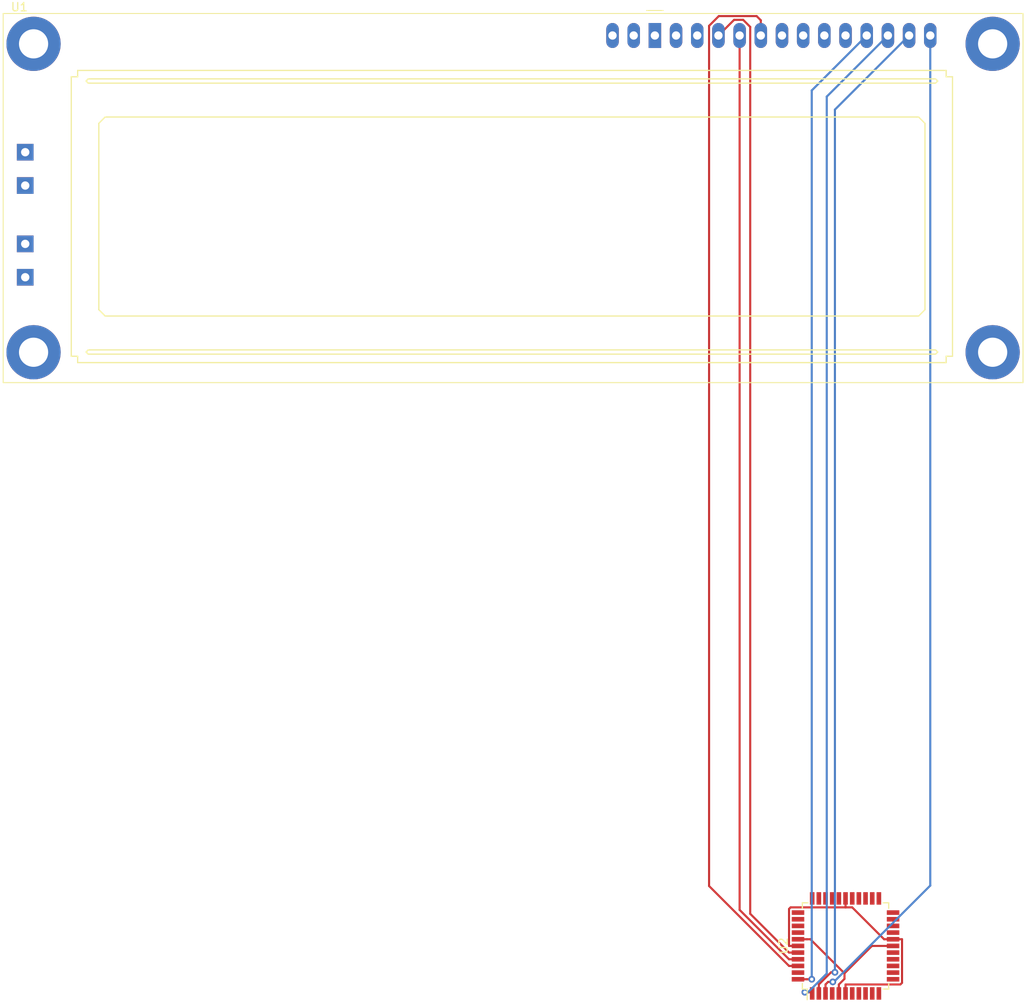
<source format=kicad_pcb>
(kicad_pcb (version 20211014) (generator pcbnew)
  (layers (0 "F.Cu" signal) (31 "B.Cu" signal) (34 "B.Paste" user) (35 "F.Paste" user) (36 "B.SilkS" user "B.Silkscreen") (37 "F.SilkS" user "F.Silkscreen") (38 "B.Mask" user) (39 "F.Mask" user) (44 "Edge.Cuts" user))
  (net 0 "")
  (net 4 "Net-(U1-Pad4)")
  (net 5 "Net-(U1-Pad5)")
  (net 6 "Net-(U1-Pad6)")
  (net 11 "Net-(U1-Pad11)")
  (net 12 "Net-(U1-Pad12)")
  (net 13 "Net-(U1-Pad13)")
  (net 14 "Net-(U1-Pad14)")
  (net 22 "Net-(U2-Pad17)")
  (net 23 "Net-(U2-Pad18)")
  (footprint "Display:LCD-016N002L" (layer "F.Cu") (at 134.62 33.02)
    (fp_text reference "U1" (at -76.21 -3.41 180) (layer "F.SilkS"))
    (fp_text value "LCD-016N002L")
    (fp_line (start -65.913 9.779) (end 31.623 9.779) (layer "F.SilkS") (width 0.15))
    (fp_line (start 44.14 -2.64) (end -78.14 -2.64) (layer "F.SilkS") (width 0.12))
    (fp_line (start -69.215 39.243) (end 34.925 39.243) (layer "F.SilkS") (width 0.15))
    (fp_line (start -78.14 41.64) (end 44.14 41.64) (layer "F.SilkS") (width 0.12))
    (fp_line (start -68.199 37.973) (end -67.945 38.227) (layer "F.SilkS") (width 0.15))
    (fp_line (start -67.945 37.719) (end -68.199 37.973) (layer "F.SilkS") (width 0.15))
    (fp_line (start -66.675 10.541) (end -65.913 9.779) (layer "F.SilkS") (width 0.15))
    (fp_line (start -69.215 4.191) (end -69.215 4.953) (layer "F.SilkS") (width 0.15))
    (fp_line (start 34.925 4.191) (end 34.925 4.953) (layer "F.SilkS") (width 0.15))
    (fp_line (start 33.655 37.719) (end -67.945 37.719) (layer "F.SilkS") (width 0.15))
    (fp_line (start -69.215 4.953) (end -69.977 4.953) (layer "F.SilkS") (width 0.15))
    (fp_line (start -69.215 39.243) (end -69.215 38.481) (layer "F.SilkS") (width 0.15))
    (fp_line (start 33.909 5.461) (end 33.655 5.715) (layer "F.SilkS") (width 0.15))
    (fp_line (start 35.687 38.481) (end 35.687 4.953) (layer "F.SilkS") (width 0.15))
    (fp_line (start -69.215 38.481) (end -69.977 38.481) (layer "F.SilkS") (width 0.15))
    (fp_line (start 31.623 9.779) (end 32.385 10.541) (layer "F.SilkS") (width 0.15))
    (fp_line (start 33.655 38.227) (end 33.909 37.973) (layer "F.SilkS") (width 0.15))
    (fp_line (start 32.385 10.541) (end 32.385 32.893) (layer "F.SilkS") (width 0.15))
    (fp_line (start -67.945 5.715) (end 33.655 5.715) (layer "F.SilkS") (width 0.15))
    (fp_line (start -78.14 -2.64) (end -78.14 41.64) (layer "F.SilkS") (width 0.12))
    (fp_line (start -69.977 4.953) (end -69.977 38.481) (layer "F.SilkS") (width 0.15))
    (fp_line (start 31.623 33.655) (end -65.913 33.655) (layer "F.SilkS") (width 0.15))
    (fp_line (start 33.655 5.207) (end -67.945 5.207) (layer "F.SilkS") (width 0.15))
    (fp_line (start -67.945 38.227) (end 33.655 38.227) (layer "F.SilkS") (width 0.15))
    (fp_line (start 34.925 38.481) (end 34.925 39.243) (layer "F.SilkS") (width 0.15))
    (fp_line (start -66.675 32.893) (end -66.675 10.541) (layer "F.SilkS") (width 0.15))
    (fp_line (start 34.925 4.953) (end 35.687 4.953) (layer "F.SilkS") (width 0.15))
    (fp_line (start 44.14 -2.64) (end 44.14 41.64) (layer "F.SilkS") (width 0.12))
    (fp_line (start -1 -3) (end 1 -3) (layer "F.SilkS") (width 0.12))
    (fp_line (start 33.655 5.207) (end 33.909 5.461) (layer "F.SilkS") (width 0.15))
    (fp_line (start -68.199 5.461) (end -67.945 5.715) (layer "F.SilkS") (width 0.15))
    (fp_line (start -67.945 5.207) (end -68.199 5.461) (layer "F.SilkS") (width 0.15))
    (fp_line (start 33.909 37.973) (end 33.655 37.719) (layer "F.SilkS") (width 0.15))
    (fp_line (start 34.925 4.191) (end -69.215 4.191) (layer "F.SilkS") (width 0.15))
    (fp_line (start 32.385 32.893) (end 31.623 33.655) (layer "F.SilkS") (width 0.15))
    (fp_line (start 35.687 38.481) (end 34.925 38.481) (layer "F.SilkS") (width 0.15))
    (fp_line (start -65.913 33.655) (end -66.675 32.893) (layer "F.SilkS") (width 0.15))
    (pad "" thru_hole circle (at -74.5 38 180) (size 6.5 6.5) (drill 3.5) (layers *.Cu *.Mask))
    (pad "" thru_hole circle (at -74.5 1 180) (size 6.5 6.5) (drill 3.5) (layers *.Cu *.Mask))
    (pad "" thru_hole circle (at 40.5 1 180) (size 6.5 6.5) (drill 3.5) (layers *.Cu *.Mask))
    (pad "" thru_hole circle (at 40.5 38 180) (size 6.5 6.5) (drill 3.5) (layers *.Cu *.Mask))
    (pad "1" thru_hole rect (at 0 0 180) (size 1.5 3) (drill 1) (layers *.Cu *.Mask))
    (pad "2" thru_hole oval (at 2.54 0 180) (size 1.5 3) (drill 1) (layers *.Cu *.Mask))
    (pad "3" thru_hole oval (at 5.08 0 180) (size 1.5 3) (drill 1) (layers *.Cu *.Mask))
    (pad "4" thru_hole oval (at 7.62 0 180) (size 1.5 3) (drill 1) (layers *.Cu *.Mask) (net 4 "Net-(U1-Pad4)"))
    (pad "5" thru_hole oval (at 10.16 0 180) (size 1.5 3) (drill 1) (layers *.Cu *.Mask) (net 5 "Net-(U1-Pad5)"))
    (pad "6" thru_hole oval (at 12.7 0 180) (size 1.5 3) (drill 1) (layers *.Cu *.Mask) (net 6 "Net-(U1-Pad6)"))
    (pad "7" thru_hole oval (at 15.24 0 180) (size 1.5 3) (drill 1) (layers *.Cu *.Mask))
    (pad "8" thru_hole oval (at 17.78 0 180) (size 1.5 3) (drill 1) (layers *.Cu *.Mask))
    (pad "9" thru_hole oval (at 20.32 0 180) (size 1.5 3) (drill 1) (layers *.Cu *.Mask))
    (pad "10" thru_hole oval (at 22.86 0 180) (size 1.5 3) (drill 1) (layers *.Cu *.Mask))
    (pad "11" thru_hole oval (at 25.4 0 180) (size 1.5 3) (drill 1) (layers *.Cu *.Mask) (net 11 "Net-(U1-Pad11)"))
    (pad "12" thru_hole oval (at 27.94 0 180) (size 1.5 3) (drill 1) (layers *.Cu *.Mask) (net 12 "Net-(U1-Pad12)"))
    (pad "13" thru_hole oval (at 30.48 0 180) (size 1.5 3) (drill 1) (layers *.Cu *.Mask) (net 13 "Net-(U1-Pad13)"))
    (pad "14" thru_hole oval (at 33.02 0 180) (size 1.5 3) (drill 1) (layers *.Cu *.Mask) (net 14 "Net-(U1-Pad14)"))
    (pad "15" thru_hole oval (at -2.54 0 180) (size 1.5 3) (drill 1) (layers *.Cu *.Mask))
    (pad "16" thru_hole oval (at -5.08 0 180) (size 1.5 3) (drill 1) (layers *.Cu *.Mask))
    (pad "A1" thru_hole rect (at -75.5 14 180) (size 2 2) (drill 1) (layers *.Cu *.Mask))
    (pad "A2" thru_hole rect (at -75.5 25 180) (size 2 2) (drill 1) (layers *.Cu *.Mask))
    (pad "K1" thru_hole rect (at -75.5 18 180) (size 2 2) (drill 1) (layers *.Cu *.Mask))
    (pad "K2" thru_hole rect (at -75.5 29 180) (size 2 2) (drill 1) (layers *.Cu *.Mask))
  )
  (footprint "Package_QFP:TQFP-44_10x10mm_P0.8mm" (layer "F.Cu") (at 157.48 142.24 90)
    (fp_text reference "U2" (at 0 -7.45 90) (layer "F.SilkS"))
    (fp_text value "ATmega32-16A")
    (fp_line (start 5.175 -5.175) (end 5.175 -4.5) (layer "F.SilkS") (width 0.15))
    (fp_line (start -5.175 5.175) (end -4.5 5.175) (layer "F.SilkS") (width 0.15))
    (fp_line (start -5.175 -4.6) (end -6.45 -4.6) (layer "F.SilkS") (width 0.15))
    (fp_line (start -5.175 -5.175) (end -5.175 -4.6) (layer "F.SilkS") (width 0.15))
    (fp_line (start 5.175 -5.175) (end 4.5 -5.175) (layer "F.SilkS") (width 0.15))
    (fp_line (start 5.175 5.175) (end 4.5 5.175) (layer "F.SilkS") (width 0.15))
    (fp_line (start -5.175 -5.175) (end -4.5 -5.175) (layer "F.SilkS") (width 0.15))
    (fp_line (start 5.175 5.175) (end 5.175 4.5) (layer "F.SilkS") (width 0.15))
    (fp_line (start -5.175 5.175) (end -5.175 4.5) (layer "F.SilkS") (width 0.15))
    (pad "1" smd rect (at -5.7 -4 90) (size 1.5 0.55) (layers "F.Cu" "F.Paste" "F.Mask") (net 12 "Net-(U1-Pad12)"))
    (pad "2" smd rect (at -5.7 -3.2 90) (size 1.5 0.55) (layers "F.Cu" "F.Paste" "F.Mask") (net 13 "Net-(U1-Pad13)"))
    (pad "3" smd rect (at -5.7 -2.4 90) (size 1.5 0.55) (layers "F.Cu" "F.Paste" "F.Mask") (net 14 "Net-(U1-Pad14)"))
    (pad "4" smd rect (at -5.7 -1.6 90) (size 1.5 0.55) (layers "F.Cu" "F.Paste" "F.Mask"))
    (pad "5" smd rect (at -5.7 -0.8 90) (size 1.5 0.55) (layers "F.Cu" "F.Paste" "F.Mask") (net 22 "Net-(U2-Pad17)"))
    (pad "6" smd rect (at -5.7 0 90) (size 1.5 0.55) (layers "F.Cu" "F.Paste" "F.Mask") (net 23 "Net-(U2-Pad18)"))
    (pad "7" smd rect (at -5.7 0.8 90) (size 1.5 0.55) (layers "F.Cu" "F.Paste" "F.Mask"))
    (pad "8" smd rect (at -5.7 1.6 90) (size 1.5 0.55) (layers "F.Cu" "F.Paste" "F.Mask"))
    (pad "9" smd rect (at -5.7 2.4 90) (size 1.5 0.55) (layers "F.Cu" "F.Paste" "F.Mask"))
    (pad "10" smd rect (at -5.7 3.2 90) (size 1.5 0.55) (layers "F.Cu" "F.Paste" "F.Mask"))
    (pad "11" smd rect (at -5.7 4 90) (size 1.5 0.55) (layers "F.Cu" "F.Paste" "F.Mask"))
    (pad "12" smd rect (at -4 5.7 180) (size 1.5 0.55) (layers "F.Cu" "F.Paste" "F.Mask"))
    (pad "13" smd rect (at -3.2 5.7 180) (size 1.5 0.55) (layers "F.Cu" "F.Paste" "F.Mask"))
    (pad "14" smd rect (at -2.4 5.7 180) (size 1.5 0.55) (layers "F.Cu" "F.Paste" "F.Mask"))
    (pad "15" smd rect (at -1.6 5.7 180) (size 1.5 0.55) (layers "F.Cu" "F.Paste" "F.Mask"))
    (pad "16" smd rect (at -0.8 5.7 180) (size 1.5 0.55) (layers "F.Cu" "F.Paste" "F.Mask"))
    (pad "17" smd rect (at 0 5.7 180) (size 1.5 0.55) (layers "F.Cu" "F.Paste" "F.Mask") (net 22 "Net-(U2-Pad17)"))
    (pad "18" smd rect (at 0.8 5.7 180) (size 1.5 0.55) (layers "F.Cu" "F.Paste" "F.Mask") (net 23 "Net-(U2-Pad18)"))
    (pad "19" smd rect (at 1.6 5.7 180) (size 1.5 0.55) (layers "F.Cu" "F.Paste" "F.Mask"))
    (pad "20" smd rect (at 2.4 5.7 180) (size 1.5 0.55) (layers "F.Cu" "F.Paste" "F.Mask"))
    (pad "21" smd rect (at 3.2 5.7 180) (size 1.5 0.55) (layers "F.Cu" "F.Paste" "F.Mask"))
    (pad "22" smd rect (at 4 5.7 180) (size 1.5 0.55) (layers "F.Cu" "F.Paste" "F.Mask"))
    (pad "23" smd rect (at 5.7 4 90) (size 1.5 0.55) (layers "F.Cu" "F.Paste" "F.Mask"))
    (pad "24" smd rect (at 5.7 3.2 90) (size 1.5 0.55) (layers "F.Cu" "F.Paste" "F.Mask"))
    (pad "25" smd rect (at 5.7 2.4 90) (size 1.5 0.55) (layers "F.Cu" "F.Paste" "F.Mask"))
    (pad "26" smd rect (at 5.7 1.6 90) (size 1.5 0.55) (layers "F.Cu" "F.Paste" "F.Mask"))
    (pad "27" smd rect (at 5.7 0.8 90) (size 1.5 0.55) (layers "F.Cu" "F.Paste" "F.Mask"))
    (pad "28" smd rect (at 5.7 0 90) (size 1.5 0.55) (layers "F.Cu" "F.Paste" "F.Mask") (net 23 "Net-(U2-Pad18)"))
    (pad "29" smd rect (at 5.7 -0.8 90) (size 1.5 0.55) (layers "F.Cu" "F.Paste" "F.Mask"))
    (pad "30" smd rect (at 5.7 -1.6 90) (size 1.5 0.55) (layers "F.Cu" "F.Paste" "F.Mask"))
    (pad "31" smd rect (at 5.7 -2.4 90) (size 1.5 0.55) (layers "F.Cu" "F.Paste" "F.Mask"))
    (pad "32" smd rect (at 5.7 -3.2 90) (size 1.5 0.55) (layers "F.Cu" "F.Paste" "F.Mask"))
    (pad "33" smd rect (at 5.7 -4 90) (size 1.5 0.55) (layers "F.Cu" "F.Paste" "F.Mask"))
    (pad "34" smd rect (at 4 -5.7 180) (size 1.5 0.55) (layers "F.Cu" "F.Paste" "F.Mask"))
    (pad "35" smd rect (at 3.2 -5.7 180) (size 1.5 0.55) (layers "F.Cu" "F.Paste" "F.Mask"))
    (pad "36" smd rect (at 2.4 -5.7 180) (size 1.5 0.55) (layers "F.Cu" "F.Paste" "F.Mask"))
    (pad "37" smd rect (at 1.6 -5.7 180) (size 1.5 0.55) (layers "F.Cu" "F.Paste" "F.Mask"))
    (pad "38" smd rect (at 0.8 -5.7 180) (size 1.5 0.55) (layers "F.Cu" "F.Paste" "F.Mask") (net 22 "Net-(U2-Pad17)"))
    (pad "39" smd rect (at 0 -5.7 180) (size 1.5 0.55) (layers "F.Cu" "F.Paste" "F.Mask") (net 23 "Net-(U2-Pad18)"))
    (pad "40" smd rect (at -0.8 -5.7 180) (size 1.5 0.55) (layers "F.Cu" "F.Paste" "F.Mask") (net 4 "Net-(U1-Pad4)"))
    (pad "41" smd rect (at -1.6 -5.7 180) (size 1.5 0.55) (layers "F.Cu" "F.Paste" "F.Mask") (net 5 "Net-(U1-Pad5)"))
    (pad "42" smd rect (at -2.4 -5.7 180) (size 1.5 0.55) (layers "F.Cu" "F.Paste" "F.Mask") (net 6 "Net-(U1-Pad6)"))
    (pad "43" smd rect (at -3.2 -5.7 180) (size 1.5 0.55) (layers "F.Cu" "F.Paste" "F.Mask"))
    (pad "44" smd rect (at -4 -5.7 180) (size 1.5 0.55) (layers "F.Cu" "F.Paste" "F.Mask") (net 11 "Net-(U1-Pad11)"))
  )
  (segment (start 151.78 143.04) (end 150.7047 143.04) (width 0.25) (layer "F.Cu") (net 4))
  (segment (start 144.1169 31.1431) (end 145.2035 31.1431) (width 0.25) (layer "F.Cu") (net 4))
  (segment (start 146.05 31.9896) (end 146.05 138.3853) (width 0.25) (layer "F.Cu") (net 4))
  (segment (start 142.24 33.02) (end 144.1169 31.1431) (width 0.25) (layer "F.Cu") (net 4))
  (segment (start 145.2035 31.1431) (end 146.05 31.9896) (width 0.25) (layer "F.Cu") (net 4))
  (segment (start 146.05 138.3853) (end 150.7047 143.04) (width 0.25) (layer "F.Cu") (net 4))
  (segment (start 150.7047 143.84) (end 144.78 137.9153) (width 0.25) (layer "F.Cu") (net 5))
  (segment (start 151.78 143.84) (end 150.7047 143.84) (width 0.25) (layer "F.Cu") (net 5))
  (segment (start 144.78 137.9153) (end 144.78 33.02) (width 0.25) (layer "F.Cu") (net 5))
  (segment (start 141.1168 31.8609) (end 141.1168 135.0521) (width 0.25) (layer "F.Cu") (net 6))
  (segment (start 146.818 30.6927) (end 142.285 30.6927) (width 0.25) (layer "F.Cu") (net 6))
  (segment (start 147.32 33.02) (end 147.32 31.1947) (width 0.25) (layer "F.Cu") (net 6))
  (segment (start 142.285 30.6927) (end 141.1168 31.8609) (width 0.25) (layer "F.Cu") (net 6))
  (segment (start 147.32 31.1947) (end 146.818 30.6927) (width 0.25) (layer "F.Cu") (net 6))
  (segment (start 151.78 144.64) (end 150.7047 144.64) (width 0.25) (layer "F.Cu") (net 6))
  (segment (start 141.1168 135.0521) (end 150.7047 144.64) (width 0.25) (layer "F.Cu") (net 6))
  (segment (start 152.8553 146.24) (end 153.4287 146.24) (width 0.25) (layer "F.Cu") (net 11))
  (segment (start 151.78 146.24) (end 152.8553 146.24) (width 0.25) (layer "F.Cu") (net 11))
  (via (at 153.4287 146.24) (size 0.8) (drill 0.4) (layers "F.Cu" "B.Cu") (net 11))
  (segment (start 160.02 33.02) (end 153.4287 39.6113) (width 0.25) (layer "B.Cu") (net 11))
  (segment (start 153.4287 39.6113) (end 153.4287 146.24) (width 0.25) (layer "B.Cu") (net 11))
  (segment (start 152.6019 147.7975) (end 153.3375 147.7975) (width 0.25) (layer "F.Cu") (net 12))
  (segment (start 153.3375 147.7975) (end 153.48 147.94) (width 0.25) (layer "F.Cu") (net 12))
  (via (at 152.6019 147.7975) (size 0.8) (drill 0.4) (layers "F.Cu" "B.Cu") (net 12))
  (segment (start 162.56 33.02) (end 155.2278 40.3522) (width 0.25) (layer "B.Cu") (net 12))
  (segment (start 152.984 147.7975) (end 152.6019 147.7975) (width 0.25) (layer "B.Cu") (net 12))
  (segment (start 155.2278 40.3522) (end 155.2278 145.5537) (width 0.25) (layer "B.Cu") (net 12))
  (segment (start 155.2278 145.5537) (end 152.984 147.7975) (width 0.25) (layer "B.Cu") (net 12))
  (segment (start 156.2063 145.4084) (end 155.7363 145.4084) (width 0.25) (layer "F.Cu") (net 13))
  (segment (start 154.28 147.94) (end 154.28 146.8647) (width 0.25) (layer "F.Cu") (net 13))
  (segment (start 155.7363 145.4084) (end 154.28 146.8647) (width 0.25) (layer "F.Cu") (net 13))
  (via (at 156.2063 145.4084) (size 0.8) (drill 0.4) (layers "F.Cu" "B.Cu") (net 13))
  (segment (start 165.1 33.02) (end 156.2063 41.9137) (width 0.25) (layer "B.Cu") (net 13))
  (segment (start 156.2063 41.9137) (end 156.2063 145.4084) (width 0.25) (layer "B.Cu") (net 13))
  (segment (start 155.08 146.8647) (end 155.3879 146.5568) (width 0.25) (layer "F.Cu") (net 14))
  (segment (start 155.3879 146.5568) (end 155.9532 146.5568) (width 0.25) (layer "F.Cu") (net 14))
  (segment (start 155.08 147.94) (end 155.08 146.8647) (width 0.25) (layer "F.Cu") (net 14))
  (via (at 155.9532 146.5568) (size 0.8) (drill 0.4) (layers "F.Cu" "B.Cu") (net 14))
  (segment (start 167.64 135.0005) (end 167.64 33.02) (width 0.25) (layer "B.Cu") (net 14))
  (segment (start 156.0837 146.5568) (end 167.64 135.0005) (width 0.25) (layer "B.Cu") (net 14))
  (segment (start 155.9532 146.5568) (end 156.0837 146.5568) (width 0.25) (layer "B.Cu") (net 14))
  (segment (start 157.3555 145.5318) (end 153.2637 141.44) (width 0.25) (layer "F.Cu") (net 22))
  (segment (start 163.18 142.24) (end 160.6473 142.24) (width 0.25) (layer "F.Cu") (net 22))
  (segment (start 160.6473 142.24) (end 157.3555 145.5318) (width 0.25) (layer "F.Cu") (net 22))
  (segment (start 153.2637 141.44) (end 152.8553 141.44) (width 0.25) (layer "F.Cu") (net 22))
  (segment (start 151.78 141.44) (end 152.8553 141.44) (width 0.25) (layer "F.Cu") (net 22))
  (segment (start 156.68 146.8647) (end 157.3555 146.1892) (width 0.25) (layer "F.Cu") (net 22))
  (segment (start 157.3555 146.1892) (end 157.3555 145.5318) (width 0.25) (layer "F.Cu") (net 22))
  (segment (start 156.68 147.94) (end 156.68 146.8647) (width 0.25) (layer "F.Cu") (net 22))
  (segment (start 150.7047 137.8029) (end 150.8923 137.6153) (width 0.25) (layer "F.Cu") (net 23))
  (segment (start 150.7047 142.24) (end 150.7047 137.8029) (width 0.25) (layer "F.Cu") (net 23))
  (segment (start 157.48 136.54) (end 157.48 137.5027) (width 0.25) (layer "F.Cu") (net 23))
  (segment (start 164.2553 141.44) (end 164.2553 146.665) (width 0.25) (layer "F.Cu") (net 23))
  (segment (start 164.0556 146.8647) (end 157.48 146.8647) (width 0.25) (layer "F.Cu") (net 23))
  (segment (start 163.18 141.44) (end 164.2553 141.44) (width 0.25) (layer "F.Cu") (net 23))
  (segment (start 163.18 141.44) (end 162.1047 141.44) (width 0.25) (layer "F.Cu") (net 23))
  (segment (start 151.78 142.24) (end 150.7047 142.24) (width 0.25) (layer "F.Cu") (net 23))
  (segment (start 158.28 137.6153) (end 162.1047 141.44) (width 0.25) (layer "F.Cu") (net 23))
  (segment (start 164.2553 146.665) (end 164.0556 146.8647) (width 0.25) (layer "F.Cu") (net 23))
  (segment (start 157.48 137.6153) (end 158.28 137.6153) (width 0.25) (layer "F.Cu") (net 23))
  (segment (start 157.48 147.94) (end 157.48 146.8647) (width 0.25) (layer "F.Cu") (net 23))
  (segment (start 157.48 137.5027) (end 157.48 137.6153) (width 0.25) (layer "F.Cu") (net 23))
  (segment (start 150.8923 137.6153) (end 157.48 137.6153) (width 0.25) (layer "F.Cu") (net 23))
)
</source>
